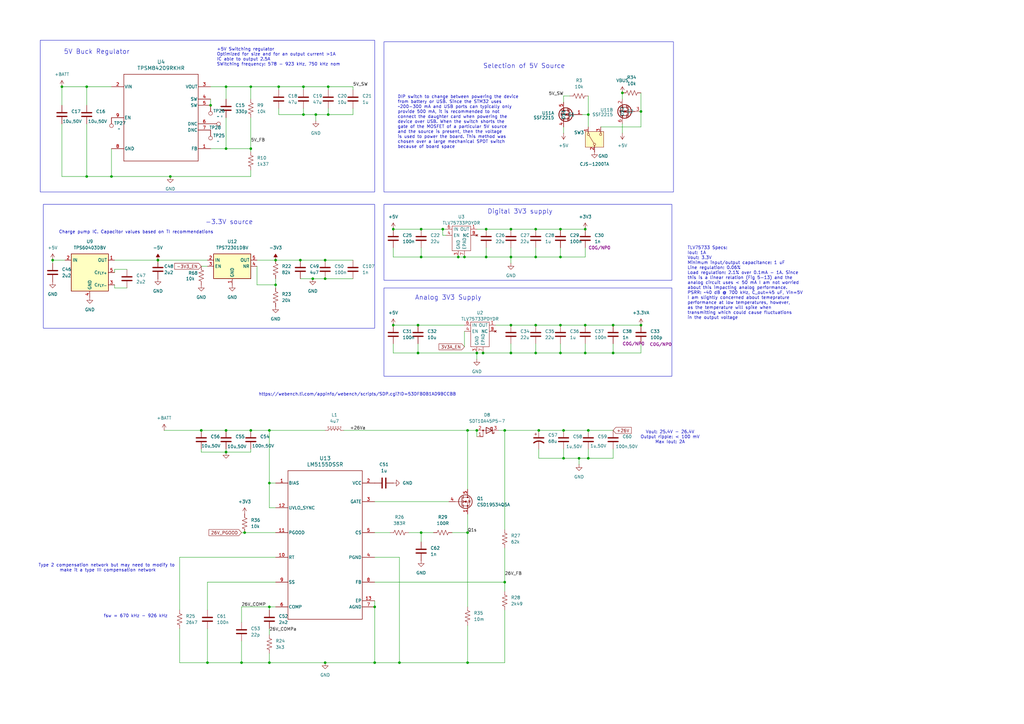
<source format=kicad_sch>
(kicad_sch (version 20231120) (generator "eeschema") (generator_version "8.0")
  (paper "A3")
  (title_block (title "DC-DC conversion") (date "2025-01-17") (rev "1.3") (company "EV"))
  (junction (at 199.39 93.98))
  (junction (at 219.71 93.98))
  (junction (at 172.72 93.98))
  (junction (at 133.35 114.3))
  (junction (at 219.71 144.78))
  (junction (at 255.27 38.1))
  (junction (at 134.62 46.99))
  (junction (at 199.39 105.41))
  (junction (at 35.56 35.56))
  (junction (at 92.71 185.42))
  (junction (at 191.77 218.44))
  (junction (at 209.55 93.98))
  (junction (at 35.56 72.39))
  (junction (at 187.96 105.41))
  (junction (at 209.55 105.41))
  (junction (at 99.06 271.78))
  (junction (at 229.87 144.78))
  (junction (at 124.46 46.99))
  (junction (at 25.4 35.56))
  (junction (at 113.03 106.68))
  (junction (at 110.49 198.12))
  (junction (at 110.49 248.92))
  (junction (at 133.35 271.78))
  (junction (at 45.72 72.39))
  (junction (at 220.98 176.53))
  (junction (at 102.87 35.56))
  (junction (at 262.89 133.35))
  (junction (at 153.67 271.78))
  (junction (at 195.58 176.53))
  (junction (at 207.01 238.76))
  (junction (at 229.87 93.98))
  (junction (at 190.5 105.41))
  (junction (at 114.3 35.56))
  (junction (at 113.03 116.84))
  (junction (at 172.72 218.44))
  (junction (at 191.77 176.53))
  (junction (at 153.67 248.92))
  (junction (at 241.3 176.53))
  (junction (at 231.14 187.96))
  (junction (at 85.09 271.78))
  (junction (at 110.49 271.78))
  (junction (at 161.29 93.98))
  (junction (at 161.29 133.35))
  (junction (at 191.77 271.78))
  (junction (at 100.33 218.44))
  (junction (at 163.83 271.78))
  (junction (at 102.87 176.53))
  (junction (at 219.71 105.41))
  (junction (at 64.77 106.68))
  (junction (at 229.87 105.41))
  (junction (at 240.03 93.98))
  (junction (at 69.85 72.39))
  (junction (at 82.55 176.53))
  (junction (at 92.71 60.96))
  (junction (at 102.87 60.96))
  (junction (at 123.19 106.68))
  (junction (at 134.62 35.56))
  (junction (at 237.49 187.96))
  (junction (at 241.3 46.99))
  (junction (at 195.58 144.78))
  (junction (at 198.12 144.78))
  (junction (at 171.45 133.35))
  (junction (at 128.27 114.3))
  (junction (at 124.46 35.56))
  (junction (at 262.89 45.72))
  (junction (at 181.61 93.98))
  (junction (at 133.35 106.68))
  (junction (at 129.54 46.99))
  (junction (at 251.46 133.35))
  (junction (at 171.45 144.78))
  (junction (at 92.71 176.53))
  (junction (at 110.49 176.53))
  (junction (at 209.55 133.35))
  (junction (at 240.03 144.78))
  (junction (at 92.71 35.56))
  (junction (at 21.59 106.68))
  (junction (at 219.71 133.35))
  (junction (at 229.87 133.35))
  (junction (at 240.03 133.35))
  (junction (at 172.72 105.41))
  (junction (at 231.14 176.53))
  (junction (at 207.01 176.53))
  (junction (at 86.36 43.18))
  (junction (at 241.3 187.96))
  (junction (at 209.55 144.78))
  (junction (at 251.46 144.78))
  (wire (pts (xy 195.58 93.98) (xy 199.39 93.98)))
  (wire (pts (xy 133.35 106.68) (xy 144.78 106.68)))
  (wire (pts (xy 124.46 44.45) (xy 124.46 46.99)))
  (wire (pts (xy 140.97 176.53) (xy 191.77 176.53)))
  (wire (pts (xy 52.07 110.49) (xy 46.99 110.49)))
  (wire (pts (xy 191.77 271.78) (xy 163.83 271.78)))
  (wire (pts (xy 191.77 256.54) (xy 191.77 271.78)))
  (wire (pts (xy 153.67 228.6) (xy 163.83 228.6)))
  (wire (pts (xy 82.55 176.53) (xy 92.71 176.53)))
  (wire (pts (xy 191.77 248.92) (xy 191.77 218.44)))
  (wire (pts (xy 241.3 176.53) (xy 251.46 176.53)))
  (wire (pts (xy 99.06 218.44) (xy 100.33 218.44)))
  (wire (pts (xy 219.71 105.41) (xy 209.55 105.41)))
  (wire (pts (xy 110.49 271.78) (xy 133.35 271.78)))
  (wire (pts (xy 231.14 39.37) (xy 233.68 39.37)))
  (wire (pts (xy 240.03 144.78) (xy 251.46 144.78)))
  (wire (pts (xy 181.61 96.52) (xy 181.61 93.98)))
  (wire (pts (xy 209.55 140.97) (xy 209.55 144.78)))
  (wire (pts (xy 128.27 114.3) (xy 133.35 114.3)))
  (wire (pts (xy 191.77 176.53) (xy 195.58 176.53)))
  (wire (pts (xy 207.01 224.79) (xy 207.01 238.76)))
  (wire (pts (xy 100.33 218.44) (xy 113.03 218.44)))
  (wire (pts (xy 45.72 60.96) (xy 45.72 72.39)))
  (wire (pts (xy 105.41 109.22) (xy 105.41 116.84)))
  (wire (pts (xy 64.77 106.68) (xy 85.09 106.68)))
  (wire (pts (xy 241.3 187.96) (xy 241.3 184.15)))
  (wire (pts (xy 241.3 46.99) (xy 241.3 52.07)))
  (wire (pts (xy 229.87 133.35) (xy 240.03 133.35)))
  (wire (pts (xy 46.99 116.84) (xy 46.99 118.11)))
  (wire (pts (xy 219.71 133.35) (xy 229.87 133.35)))
  (wire (pts (xy 102.87 48.26) (xy 102.87 60.96)))
  (wire (pts (xy 199.39 101.6) (xy 199.39 105.41)))
  (wire (pts (xy 25.4 43.18) (xy 25.4 35.56)))
  (wire (pts (xy 85.09 257.81) (xy 85.09 271.78)))
  (wire (pts (xy 191.77 210.82) (xy 191.77 218.44)))
  (wire (pts (xy 262.89 52.07) (xy 262.89 45.72)))
  (wire (pts (xy 237.49 187.96) (xy 241.3 187.96)))
  (wire (pts (xy 45.72 35.56) (xy 35.56 35.56)))
  (wire (pts (xy 219.71 93.98) (xy 229.87 93.98)))
  (wire (pts (xy 262.89 144.78) (xy 251.46 144.78)))
  (wire (pts (xy 161.29 133.35) (xy 171.45 133.35)))
  (wire (pts (xy 35.56 72.39) (xy 45.72 72.39)))
  (wire (pts (xy 219.71 144.78) (xy 229.87 144.78)))
  (wire (pts (xy 114.3 46.99) (xy 124.46 46.99)))
  (wire (pts (xy 110.49 267.97) (xy 110.49 271.78)))
  (wire (pts (xy 231.14 41.91) (xy 231.14 39.37)))
  (wire (pts (xy 209.55 133.35) (xy 219.71 133.35)))
  (wire (pts (xy 82.55 184.15) (xy 82.55 185.42)))
  (wire (pts (xy 102.87 40.64) (xy 102.87 35.56)))
  (wire (pts (xy 134.62 44.45) (xy 134.62 46.99)))
  (wire (pts (xy 172.72 101.6) (xy 172.72 105.41)))
  (wire (pts (xy 113.03 208.28) (xy 110.49 208.28)))
  (wire (pts (xy 181.61 93.98) (xy 182.88 93.98)))
  (wire (pts (xy 240.03 140.97) (xy 240.03 144.78)))
  (wire (pts (xy 105.41 106.68) (xy 113.03 106.68)))
  (wire (pts (xy 124.46 46.99) (xy 129.54 46.99)))
  (wire (pts (xy 86.36 60.96) (xy 92.71 60.96)))
  (wire (pts (xy 102.87 185.42) (xy 92.71 185.42)))
  (wire (pts (xy 35.56 50.8) (xy 35.56 72.39)))
  (wire (pts (xy 163.83 228.6) (xy 163.83 271.78)))
  (wire (pts (xy 231.14 187.96) (xy 237.49 187.96)))
  (wire (pts (xy 134.62 46.99) (xy 129.54 46.99)))
  (wire (pts (xy 251.46 187.96) (xy 251.46 184.15)))
  (wire (pts (xy 46.99 106.68) (xy 64.77 106.68)))
  (wire (pts (xy 82.55 185.42) (xy 92.71 185.42)))
  (wire (pts (xy 114.3 44.45) (xy 114.3 46.99)))
  (wire (pts (xy 220.98 187.96) (xy 231.14 187.96)))
  (wire (pts (xy 123.19 106.68) (xy 133.35 106.68)))
  (wire (pts (xy 21.59 107.95) (xy 21.59 106.68)))
  (wire (pts (xy 195.58 144.78) (xy 195.58 147.32)))
  (wire (pts (xy 25.4 35.56) (xy 35.56 35.56)))
  (wire (pts (xy 110.49 248.92) (xy 113.03 248.92)))
  (wire (pts (xy 207.01 271.78) (xy 191.77 271.78)))
  (wire (pts (xy 240.03 133.35) (xy 251.46 133.35)))
  (wire (pts (xy 209.55 144.78) (xy 219.71 144.78)))
  (wire (pts (xy 207.01 238.76) (xy 207.01 242.57)))
  (wire (pts (xy 129.54 46.99) (xy 129.54 49.53)))
  (wire (pts (xy 207.01 250.19) (xy 207.01 271.78)))
  (wire (pts (xy 82.55 109.22) (xy 85.09 109.22)))
  (wire (pts (xy 161.29 105.41) (xy 172.72 105.41)))
  (wire (pts (xy 229.87 144.78) (xy 240.03 144.78)))
  (wire (pts (xy 92.71 48.26) (xy 92.71 60.96)))
  (wire (pts (xy 251.46 140.97) (xy 251.46 144.78)))
  (wire (pts (xy 92.71 60.96) (xy 102.87 60.96)))
  (wire (pts (xy 246.38 52.07) (xy 262.89 52.07)))
  (wire (pts (xy 187.96 105.41) (xy 190.5 105.41)))
  (wire (pts (xy 163.83 271.78) (xy 153.67 271.78)))
  (wire (pts (xy 85.09 238.76) (xy 113.03 238.76)))
  (wire (pts (xy 99.06 262.89) (xy 99.06 271.78)))
  (wire (pts (xy 124.46 36.83) (xy 124.46 35.56)))
  (wire (pts (xy 25.4 50.8) (xy 25.4 72.39)))
  (wire (pts (xy 172.72 105.41) (xy 187.96 105.41)))
  (wire (pts (xy 161.29 140.97) (xy 161.29 144.78)))
  (wire (pts (xy 199.39 93.98) (xy 209.55 93.98)))
  (wire (pts (xy 25.4 72.39) (xy 35.56 72.39)))
  (wire (pts (xy 86.36 40.64) (xy 86.36 43.18)))
  (wire (pts (xy 45.72 72.39) (xy 69.85 72.39)))
  (wire (pts (xy 167.64 218.44) (xy 172.72 218.44)))
  (wire (pts (xy 144.78 36.83) (xy 144.78 35.56)))
  (wire (pts (xy 114.3 35.56) (xy 102.87 35.56)))
  (wire (pts (xy 190.5 105.41) (xy 199.39 105.41)))
  (wire (pts (xy 102.87 72.39) (xy 69.85 72.39)))
  (wire (pts (xy 172.72 218.44) (xy 172.72 222.25)))
  (wire (pts (xy 102.87 35.56) (xy 92.71 35.56)))
  (wire (pts (xy 161.29 101.6) (xy 161.29 105.41)))
  (wire (pts (xy 171.45 144.78) (xy 195.58 144.78)))
  (wire (pts (xy 229.87 101.6) (xy 229.87 105.41)))
  (wire (pts (xy 153.67 271.78) (xy 153.67 248.92)))
  (wire (pts (xy 21.59 106.68) (xy 26.67 106.68)))
  (wire (pts (xy 35.56 35.56) (xy 35.56 43.18)))
  (wire (pts (xy 190.5 142.24) (xy 190.5 135.89)))
  (wire (pts (xy 110.49 176.53) (xy 133.35 176.53)))
  (wire (pts (xy 237.49 187.96) (xy 237.49 190.5)))
  (wire (pts (xy 73.66 257.81) (xy 73.66 271.78)))
  (wire (pts (xy 195.58 176.53) (xy 195.58 179.07)))
  (wire (pts (xy 102.87 60.96) (xy 102.87 62.23)))
  (wire (pts (xy 220.98 187.96) (xy 220.98 184.15)))
  (wire (pts (xy 161.29 93.98) (xy 172.72 93.98)))
  (wire (pts (xy 113.03 116.84) (xy 113.03 118.11)))
  (wire (pts (xy 181.61 96.52) (xy 182.88 96.52)))
  (wire (pts (xy 144.78 44.45) (xy 144.78 46.99)))
  (wire (pts (xy 231.14 54.61) (xy 231.14 52.07)))
  (wire (pts (xy 229.87 93.98) (xy 240.03 93.98)))
  (wire (pts (xy 209.55 93.98) (xy 219.71 93.98)))
  (wire (pts (xy 262.89 38.1) (xy 262.89 45.72)))
  (wire (pts (xy 92.71 176.53) (xy 102.87 176.53)))
  (wire (pts (xy 73.66 250.19) (xy 73.66 228.6)))
  (wire (pts (xy 99.06 248.92) (xy 110.49 248.92)))
  (wire (pts (xy 110.49 208.28) (xy 110.49 198.12)))
  (wire (pts (xy 102.87 69.85) (xy 102.87 72.39)))
  (wire (pts (xy 92.71 40.64) (xy 92.71 35.56)))
  (wire (pts (xy 207.01 176.53) (xy 207.01 217.17)))
  (wire (pts (xy 251.46 133.35) (xy 262.89 133.35)))
  (wire (pts (xy 99.06 271.78) (xy 110.49 271.78)))
  (wire (pts (xy 105.41 116.84) (xy 113.03 116.84)))
  (wire (pts (xy 144.78 35.56) (xy 134.62 35.56)))
  (wire (pts (xy 46.99 118.11) (xy 52.07 118.11)))
  (wire (pts (xy 161.29 144.78) (xy 171.45 144.78)))
  (wire (pts (xy 240.03 101.6) (xy 240.03 105.41)))
  (wire (pts (xy 85.09 271.78) (xy 99.06 271.78)))
  (wire (pts (xy 185.42 218.44) (xy 191.77 218.44)))
  (wire (pts (xy 134.62 35.56) (xy 124.46 35.56)))
  (wire (pts (xy 262.89 140.97) (xy 262.89 144.78)))
  (wire (pts (xy 153.67 205.74) (xy 184.15 205.74)))
  (wire (pts (xy 114.3 36.83) (xy 114.3 35.56)))
  (wire (pts (xy 124.46 35.56) (xy 114.3 35.56)))
  (wire (pts (xy 207.01 176.53) (xy 220.98 176.53)))
  (wire (pts (xy 110.49 176.53) (xy 110.49 198.12)))
  (wire (pts (xy 241.3 187.96) (xy 251.46 187.96)))
  (wire (pts (xy 133.35 114.3) (xy 144.78 114.3)))
  (wire (pts (xy 219.71 101.6) (xy 219.71 105.41)))
  (wire (pts (xy 172.72 93.98) (xy 181.61 93.98)))
  (wire (pts (xy 191.77 176.53) (xy 191.77 200.66)))
  (wire (pts (xy 128.27 114.3) (xy 123.19 114.3)))
  (wire (pts (xy 204.47 176.53) (xy 207.01 176.53)))
  (wire (pts (xy 238.76 46.99) (xy 241.3 46.99)))
  (wire (pts (xy 198.12 144.78) (xy 209.55 144.78)))
  (wire (pts (xy 99.06 255.27) (xy 99.06 248.92)))
  (wire (pts (xy 113.03 106.68) (xy 123.19 106.68)))
  (wire (pts (xy 255.27 38.1) (xy 255.27 40.64)))
  (wire (pts (xy 153.67 238.76) (xy 207.01 238.76)))
  (wire (pts (xy 171.45 133.35) (xy 190.5 133.35)))
  (wire (pts (xy 153.67 248.92) (xy 153.67 246.38)))
  (wire (pts (xy 153.67 218.44) (xy 160.02 218.44)))
  (wire (pts (xy 171.45 140.97) (xy 171.45 144.78)))
  (wire (pts (xy 67.31 176.53) (xy 82.55 176.53)))
  (wire (pts (xy 85.09 250.19) (xy 85.09 238.76)))
  (wire (pts (xy 144.78 46.99) (xy 134.62 46.99)))
  (wire (pts (xy 229.87 105.41) (xy 219.71 105.41)))
  (wire (pts (xy 203.2 133.35) (xy 209.55 133.35)))
  (wire (pts (xy 231.14 187.96) (xy 231.14 184.15)))
  (wire (pts (xy 92.71 35.56) (xy 86.36 35.56)))
  (wire (pts (xy 102.87 176.53) (xy 110.49 176.53)))
  (wire (pts (xy 209.55 101.6) (xy 209.55 105.41)))
  (wire (pts (xy 133.35 271.78) (xy 153.67 271.78)))
  (wire (pts (xy 110.49 250.19) (xy 110.49 248.92)))
  (wire (pts (xy 73.66 228.6) (xy 113.03 228.6)))
  (wire (pts (xy 102.87 184.15) (xy 102.87 185.42)))
  (wire (pts (xy 195.58 144.78) (xy 198.12 144.78)))
  (wire (pts (xy 199.39 105.41) (xy 209.55 105.41)))
  (wire (pts (xy 92.71 184.15) (xy 92.71 185.42)))
  (wire (pts (xy 134.62 36.83) (xy 134.62 35.56)))
  (wire (pts (xy 241.3 39.37) (xy 241.3 46.99)))
  (wire (pts (xy 113.03 114.3) (xy 113.03 116.84)))
  (wire (pts (xy 255.27 54.61) (xy 255.27 50.8)))
  (wire (pts (xy 110.49 257.81) (xy 110.49 260.35)))
  (wire (pts (xy 209.55 105.41) (xy 209.55 107.95)))
  (wire (pts (xy 219.71 140.97) (xy 219.71 144.78)))
  (wire (pts (xy 231.14 176.53) (xy 241.3 176.53)))
  (wire (pts (xy 46.99 110.49) (xy 46.99 111.76)))
  (wire (pts (xy 172.72 218.44) (xy 177.8 218.44)))
  (wire (pts (xy 229.87 140.97) (xy 229.87 144.78)))
  (wire (pts (xy 110.49 198.12) (xy 113.03 198.12)))
  (wire (pts (xy 73.66 271.78) (xy 85.09 271.78)))
  (wire (pts (xy 220.98 176.53) (xy 231.14 176.53)))
  (wire (pts (xy 240.03 105.41) (xy 229.87 105.41)))
  (rectangle (start 157.48 17.145) (end 276.225 78.74))
  (rectangle (start 157.48 83.82) (end 275.59 114.935))
  (rectangle (start 17.78 83.82) (end 153.67 134.62))
  (rectangle (start 157.48 118.11) (end 275.59 154.305))
  (rectangle (start 16.51 16.51) (end 153.67 78.74))
  (text "Digital 3V3 supply" (at 199.898 86.868 0) (effects (font (size 1.905 1.905)) (justify left)))
  (text "5V Buck Regulator" (at 26.162 21.336 0) (effects (font (size 1.905 1.905)) (justify left)))
  (text "-3.3V source" (at 93.98 91.186 0) (effects (font (size 1.905 1.905))))
  (text "TLV75733 Specs:\nIout: 1A\nVout: 3.3V\nMinimum input/output capacitance: 1 uF\nLine regulation: 0.06%\nLoad regulation: 2.1% over 0.1mA - 1A. Since\nthis is a linear relation (Fig 5-13) and the\nanalog circuit uses < 50 mA I am not worried\nabout this impacting analog performance.\nPSRR: ~40 dB @ 700 kHz, C_out=45 uF, Vin=5V\nI am slightly concerned about temeprature\nperformance at low temperatures, however,\nas the temperature will spike when\ntransmitting which could cause fluctuations\nin the output voltage" (at 281.94 116.078 0) (effects (font (size 1.27 1.27)) (justify left)))
  (text "https://webench.ti.com/appinfo/webench/scripts/SDP.cgi?ID=53DFB0B1AD9BCCBB\n" (at 146.558 161.798 0) (effects (font (size 1.27 1.27))))
  (text "Analog 3V3 Supply" (at 170.18 122.174 0) (effects (font (size 1.905 1.905)) (justify left)))
  (text "Type 2 compensation network but may need to modify to \nmake it a type III compensation network" (at 44.196 232.918 0) (effects (font (size 1.27 1.27))))
  (text "fsw = 670 kHz - 926 kHz" (at 55.626 252.73 0) (effects (font (size 1.27 1.27))))
  (text "Charge pump IC. Capacitor values based on TI recommendations" (at 24.13 95.25 0) (effects (font (size 1.27 1.27)) (justify left)))
  (text "DIP switch to change between powering the device\nfrom battery or USB. Since the STM32 uses \n~200-300 mA and USB ports can typically only \nprovide 500 mA, it is recommended to not \nconnect the daughter card when powering the \ndevice over USB. When the switch shorts the\ngate of the MOSFET of a particular 5V source\nand the source is present, then the voltage\nis used to power the board. This method was\nchosen over a large mechanical SPDT switch\nbecause of board space" (at 163.068 50.038 0) (effects (font (size 1.27 1.27)) (justify left)))
  (text "Selection of 5V Source" (at 198.12 27.178 0) (effects (font (size 1.905 1.905)) (justify left)))
  (text "Vout: 25.4V - 26.4V\nOutput ripple: < 100 mV\nMax Iout: 2A\n" (at 274.828 179.324 0) (effects (font (size 1.27 1.27))))
  (text "+5V Switching regulator\nOptimized for size and for an output current >1A\nIC able to output 2.5A\nSWitching frequency: 578 - 923 kHz, 750 kHz nom" (at 88.9 23.368 0) (effects (font (size 1.27 1.27)) (justify left)))
  (label "26V_FB" (at 207.01 236.22 0))
  (label "26V_COMP" (at 99.06 248.92 0))
  (label "5V_SW" (at 144.78 35.56 0))
  (label "26V_COMPa" (at 110.49 259.08 0))
  (label "5V_SW" (at 231.14 39.37 180))
  (label "+26Va" (at 143.51 176.53 0))
  (label "Q1s" (at 191.77 218.44 0))
  (label "5V_FB" (at 102.87 58.42 0))
  (global_label "3V3A_EN" (shape input) (at 190.5 142.24 180) (property "Intersheetrefs" "${INTERSHEET_REFS}" (effects (hide yes))))
  (global_label "+26V" (shape input) (at 251.46 176.53 0) (property "Intersheetrefs" "${INTERSHEET_REFS}" (effects (hide yes))))
  (global_label "-3V3_EN" (shape input) (at 82.55 109.22 180) (property "Intersheetrefs" "${INTERSHEET_REFS}" (effects (hide yes))))
  (global_label "26V_PGOOD" (shape input) (at 99.06 218.44 180) (property "Intersheetrefs" "${INTERSHEET_REFS}" (effects (hide yes))))
  (symbol (lib_id "UAM_symbols:R_US") (at 237.49 39.37 90) (unit 1)
    (property "Reference" "R3" (at 237.49 33.02 90))
    (property "Value" "10k" (at 237.49 35.56 90))
    (property "Footprint" "Resistor_SMD:R_0603_1608Metric_Pad0.98x0.95mm_HandSolder" (effects (hide yes)))
    (property "Description" "Resistor, US symbol" (effects (hide yes)))
  )
  (symbol (lib_id "UAM_symbols:R_US") (at 113.03 110.49 0) (unit 1)
    (property "Reference" "R22" (at 115.57 109.2199 0) (effects (justify left)))
    (property "Value" "82k" (at 115.57 111.7599 0) (effects (justify left)))
    (property "Footprint" "Resistor_SMD:R_0603_1608Metric_Pad0.98x0.95mm_HandSolder" (effects (hide yes)))
    (property "Description" "Resistor, US symbol" (effects (hide yes)))
  )
  (symbol (lib_id "power:+5V") (at 231.14 54.61 180) (unit 1)
    (property "Reference" "#PWR087" (effects (hide yes)))
    (property "Value" "+5V" (at 231.14 59.69 0))
    (property "Description" "Power symbol creates a global label with name \"+5V\"" (effects (hide yes)))
  )
  (symbol (lib_id "UAM_symbols:C") (at 114.3 40.64 0) (unit 1)
    (property "Reference" "C18" (at 118.11 39.3699 0) (effects (justify left)))
    (property "Value" "47u" (at 118.11 41.9099 0) (effects (justify left)))
    (property "Footprint" "Capacitor_SMD:C_1210_3225Metric_Pad1.33x2.70mm_HandSolder" (effects (hide yes)))
    (property "Description" "Unpolarized capacitor" (effects (hide yes)))
  )
  (symbol (lib_id "UAM_symbols:TestPoint") (at 45.72 48.26 180) (unit 1)
    (property "Reference" "TP27" (at 46.736 50.546 0) (effects (justify right)))
    (property "Value" "~" (at 48.26 52.832 0) (effects (justify right)))
    (property "Footprint" "TestPoint:TestPoint_Pad_D1.0mm" (effects (hide yes)))
    (property "Description" "test point" (effects (hide yes)))
  )
  (symbol (lib_id "UAM_symbols:R_US") (at 73.66 254 0) (unit 1)
    (property "Reference" "R25" (at 76.2 252.7299 0) (effects (justify left)))
    (property "Value" "26k7" (at 76.2 255.2699 0) (effects (justify left)))
    (property "Footprint" "Resistor_SMD:R_0603_1608Metric_Pad0.98x0.95mm_HandSolder" (effects (hide yes)))
    (property "Description" "Resistor, US symbol" (effects (hide yes)))
  )
  (symbol (lib_id "UAM_symbols:C") (at 209.55 137.16 0) (unit 1)
    (property "Reference" "C34" (at 213.36 135.8899 0) (effects (justify left)))
    (property "Value" "22u" (at 213.36 138.4299 0) (effects (justify left)))
    (property "Footprint" "Capacitor_SMD:C_0805_2012Metric_Pad1.18x1.45mm_HandSolder" (effects (hide yes)))
    (property "Description" "Unpolarized capacitor" (effects (hide yes)))
  )
  (symbol (lib_id "UAM_symbols:R_US") (at 110.49 264.16 0) (unit 1)
    (property "Reference" "R24" (at 113.03 262.8899 0) (effects (justify left)))
    (property "Value" "3k3" (at 113.03 265.4299 0) (effects (justify left)))
    (property "Footprint" "Resistor_SMD:R_0603_1608Metric_Pad0.98x0.95mm_HandSolder" (effects (hide yes)))
    (property "Description" "Resistor, US symbol" (effects (hide yes)))
  )
  (symbol (lib_id "UAM_symbols:R_US") (at 100.33 214.63 0) (unit 1)
    (property "Reference" "R36" (at 102.87 213.3599 0) (effects (justify left)))
    (property "Value" "10k" (at 102.87 215.8999 0) (effects (justify left)))
    (property "Footprint" "Resistor_SMD:R_0603_1608Metric_Pad0.98x0.95mm_HandSolder" (effects (hide yes)))
    (property "Description" "Resistor, US symbol" (effects (hide yes)))
  )
  (symbol (lib_id "UAM_symbols:C") (at 262.89 137.16 0) (unit 1)
    (property "Reference" "C33" (at 266.7 135.8899 0) (effects (justify left)))
    (property "Value" "100p" (at 266.7 138.4299 0) (effects (justify left)))
    (property "Footprint" "Capacitor_SMD:C_0603_1608Metric_Pad1.08x0.95mm_HandSolder" (effects (hide yes)))
    (property "Description" "Unpolarized capacitor" (effects (hide yes)))
    (property "Dielectric" "C0G/NP0" (at 271.018 141.224 0))
  )
  (symbol (lib_id "UAM_symbols:TPS72325DBV") (at 95.25 109.22 0) (unit 1)
    (property "Reference" "U12" (at 95.25 99.06 0))
    (property "Value" "TPS72301DBV" (at 95.25 101.6 0))
    (property "Footprint" "Package_TO_SOT_SMD:SOT-23-5" (effects (hide yes)))
    (property "Datasheet" "https://www.ti.com/lit/ds/symlink/tps723.pdf" (effects (hide yes)))
    (property "Description" "200-mA, Low-Noise, High-PSRR, Negative Output Low-Dropout Linear Regulator, Fixed Output -2.5 V, SOT-23-5" (effects (hide yes)))
  )
  (symbol (lib_id "UAM_symbols:D_Schottky_AAK") (at 200.66 176.53 180) (unit 1)
    (property "Reference" "D8" (at 199.771 170.18 0))
    (property "Value" "SDT10A45P5-7" (at 199.771 172.72 0))
    (property "Footprint" "Diodes:PowerDI-5" (effects (hide yes)))
    (property "Description" "Schottky diode, anode on pins 1 and 2" (effects (hide yes)))
  )
  (symbol (lib_id "UAM_symbols:C") (at 144.78 40.64 0) (unit 1)
    (property "Reference" "C21" (at 148.59 39.3699 0) (effects (justify left)))
    (property "Value" "1u" (at 148.59 41.9099 0) (effects (justify left)))
    (property "Footprint" "Capacitor_SMD:C_0603_1608Metric_Pad1.08x0.95mm_HandSolder" (effects (hide yes)))
    (property "Description" "Unpolarized capacitor" (effects (hide yes)))
  )
  (symbol (lib_id "UAM_symbols:C") (at 251.46 180.34 0) (unit 1)
    (property "Reference" "C60" (at 255.27 179.0699 0) (effects (justify left)))
    (property "Value" "100n,50V" (at 252.476 183.134 0) (effects (justify left)))
    (property "Footprint" "Capacitor_SMD:C_0603_1608Metric_Pad1.08x0.95mm_HandSolder" (effects (hide yes)))
    (property "Description" "Unpolarized capacitor" (effects (hide yes)))
  )
  (symbol (lib_id "UAM_symbols:C") (at 240.03 137.16 0) (unit 1)
    (property "Reference" "C37" (at 243.84 135.8899 0) (effects (justify left)))
    (property "Value" "100n" (at 243.84 138.4299 0) (effects (justify left)))
    (property "Footprint" "Capacitor_SMD:C_0603_1608Metric_Pad1.08x0.95mm_HandSolder" (effects (hide yes)))
    (property "Description" "Unpolarized capacitor" (effects (hide yes)))
  )
  (symbol (lib_id "UAM_symbols:C") (at 92.71 180.34 0) (unit 1)
    (property "Reference" "C55" (at 96.52 179.0699 0) (effects (justify left)))
    (property "Value" "10u,50V" (at 93.218 183.134 0) (effects (justify left)))
    (property "Footprint" "Capacitor_SMD:C_1210_3225Metric_Pad1.33x2.70mm_HandSolder" (effects (hide yes)))
    (property "Description" "Unpolarized capacitor" (effects (hide yes)))
  )
  (symbol (lib_id "UAM_symbols:C") (at 172.72 97.79 0) (unit 1)
    (property "Reference" "C22" (at 176.53 96.5199 0) (effects (justify left)))
    (property "Value" "22u" (at 176.53 99.0599 0) (effects (justify left)))
    (property "Footprint" "Capacitor_SMD:C_0805_2012Metric_Pad1.18x1.45mm_HandSolder" (effects (hide yes)))
    (property "Description" "Unpolarized capacitor" (effects (hide yes)))
  )
  (symbol (lib_id "UAM_symbols:R_US") (at 82.55 113.03 0) (unit 1)
    (property "Reference" "R68" (at 77.216 112.014 0) (effects (justify left)))
    (property "Value" "10k" (at 76.2 114.3 0) (effects (justify left)))
    (property "Footprint" "Resistor_SMD:R_0603_1608Metric_Pad0.98x0.95mm_HandSolder" (effects (hide yes)))
    (property "Description" "Resistor, US symbol" (effects (hide yes)))
  )
  (symbol (lib_id "UAM_symbols:C") (at 157.48 198.12 90) (unit 1)
    (property "Reference" "C51" (at 157.48 190.5 90))
    (property "Value" "1u" (at 157.48 193.04 90))
    (property "Footprint" "Capacitor_SMD:C_0603_1608Metric_Pad1.08x0.95mm_HandSolder" (effects (hide yes)))
    (property "Description" "Unpolarized capacitor" (effects (hide yes)))
  )
  (symbol (lib_id "power:GND") (at 64.77 114.3 0) (unit 1)
    (property "Reference" "#PWR089" (effects (hide yes)))
    (property "Value" "GND" (at 64.77 119.38 0))
    (property "Description" "Power symbol creates a global label with name \"GND\" , ground" (effects (hide yes)))
  )
  (symbol (lib_id "power:+3.3VA") (at 262.89 133.35 0) (unit 1)
    (property "Reference" "#PWR043" (effects (hide yes)))
    (property "Value" "+3.3VA" (at 262.89 128.27 0))
    (property "Description" "Power symbol creates a global label with name \"+3.3VA\"" (effects (hide yes)))
  )
  (symbol (lib_id "power:+3V3") (at 100.33 210.82 0) (unit 1)
    (property "Reference" "#PWR0100" (effects (hide yes)))
    (property "Value" "+3V3" (at 100.33 205.74 0))
    (property "Description" "Power symbol creates a global label with name \"+3V3\"" (effects (hide yes)))
  )
  (symbol (lib_id "power:GND") (at 237.49 190.5 0) (unit 1)
    (property "Reference" "#PWR0101" (effects (hide yes)))
    (property "Value" "GND" (at 237.49 195.58 0))
    (property "Description" "Power symbol creates a global label with name \"GND\" , ground" (effects (hide yes)))
  )
  (symbol (lib_id "UAM_symbols:C") (at 219.71 97.79 0) (unit 1)
    (property "Reference" "C28" (at 223.52 96.5199 0) (effects (justify left)))
    (property "Value" "1u" (at 223.52 99.0599 0) (effects (justify left)))
    (property "Footprint" "Capacitor_SMD:C_0603_1608Metric_Pad1.08x0.95mm_HandSolder" (effects (hide yes)))
    (property "Description" "Unpolarized capacitor" (effects (hide yes)))
  )
  (symbol (lib_id "power:+BATT") (at 25.4 35.56 0) (unit 1)
    (property "Reference" "#PWR051" (effects (hide yes)))
    (property "Value" "+BATT" (at 25.4 30.48 0))
    (property "Description" "Power symbol creates a global label with name \"+BATT\"" (effects (hide yes)))
  )
  (symbol (lib_id "UAM_symbols:C") (at 251.46 137.16 0) (unit 1)
    (property "Reference" "C38" (at 255.27 135.8899 0) (effects (justify left)))
    (property "Value" "1n" (at 255.27 138.4299 0) (effects (justify left)))
    (property "Footprint" "Capacitor_SMD:C_0603_1608Metric_Pad1.08x0.95mm_HandSolder" (effects (hide yes)))
    (property "Description" "Unpolarized capacitor" (effects (hide yes)))
    (property "Dielectric" "C0G/NP0" (at 259.842 140.97 0))
  )
  (symbol (lib_id "power:GND") (at 209.55 107.95 0) (unit 1)
    (property "Reference" "#PWR038" (effects (hide yes)))
    (property "Value" "GND" (at 209.55 113.03 0))
    (property "Description" "Power symbol creates a global label with name \"GND\" , ground" (effects (hide yes)))
  )
  (symbol (lib_id "UAM_symbols:TLV75733PDYDR") (at 196.85 137.16 0) (unit 1)
    (property "Reference" "U2" (at 196.85 128.27 0))
    (property "Value" "TLV75733PDYDR" (at 196.85 130.81 0))
    (property "Footprint" "Package_SON:WSON-6-1EP_2x2mm_P0.65mm_EP1x1.6mm" (effects (hide yes)))
    (property "Datasheet" "https://www.ti.com/lit/ds/symlink/tlv757p.pdf" (effects (hide yes)))
    (property "Description" "3.3V linear regulator" (effects (hide yes)))
  )
  (symbol (lib_id "UAM_symbols:C") (at 171.45 137.16 0) (unit 1)
    (property "Reference" "C32" (at 175.26 135.8899 0) (effects (justify left)))
    (property "Value" "10u" (at 175.26 138.4299 0) (effects (justify left)))
    (property "Footprint" "Capacitor_SMD:C_0603_1608Metric_Pad1.08x0.95mm_HandSolder" (effects (hide yes)))
    (property "Description" "Unpolarized capacitor" (effects (hide yes)))
  )
  (symbol (lib_id "UAM_symbols:SW_SPDT") (at 243.84 57.15 90) (unit 1)
    (property "Reference" "SW3" (at 235.458 54.356 90) (effects (justify right)))
    (property "Value" "CJS-1200TA" (at 237.744 67.31 90) (effects (justify right)))
    (property "Footprint" "Switches:CJS-1200TA" (effects (hide yes)))
    (property "Description" "Switch, single pole double throw" (effects (hide yes)))
  )
  (symbol (lib_id "UAM_symbols:R_US") (at 113.03 121.92 0) (unit 1)
    (property "Reference" "R23" (at 115.57 120.6499 0) (effects (justify left)))
    (property "Value" "20k" (at 115.57 123.1899 0) (effects (justify left)))
    (property "Footprint" "Resistor_SMD:R_0603_1608Metric_Pad0.98x0.95mm_HandSolder" (effects (hide yes)))
    (property "Description" "Resistor, US symbol" (effects (hide yes)))
  )
  (symbol (lib_id "UAM_symbols:C") (at 240.03 97.79 0) (unit 1)
    (property "Reference" "C30" (at 243.84 96.5199 0) (effects (justify left)))
    (property "Value" "1n" (at 243.84 99.0599 0) (effects (justify left)))
    (property "Footprint" "Capacitor_SMD:C_0603_1608Metric_Pad1.08x0.95mm_HandSolder" (effects (hide yes)))
    (property "Description" "Unpolarized capacitor" (effects (hide yes)))
    (property "Dielectric" "C0G/NP0" (at 245.872 101.6 0))
  )
  (symbol (lib_id "UAM_symbols:C") (at 199.39 97.79 0) (unit 1)
    (property "Reference" "C26" (at 203.2 96.5199 0) (effects (justify left)))
    (property "Value" "22u" (at 203.2 99.0599 0) (effects (justify left)))
    (property "Footprint" "Capacitor_SMD:C_0805_2012Metric_Pad1.18x1.45mm_HandSolder" (effects (hide yes)))
    (property "Description" "Unpolarized capacitor" (effects (hide yes)))
  )
  (symbol (lib_id "UAM_symbols:C") (at 241.3 180.34 0) (unit 1)
    (property "Reference" "C59" (at 245.11 179.0699 0) (effects (justify left)))
    (property "Value" "1u,50V" (at 242.062 182.88 0) (effects (justify left)))
    (property "Footprint" "Capacitor_SMD:C_0603_1608Metric_Pad1.08x0.95mm_HandSolder" (effects (hide yes)))
    (property "Description" "Unpolarized capacitor" (effects (hide yes)))
  )
  (symbol (lib_id "power:+5V") (at 255.27 54.61 180) (unit 1)
    (property "Reference" "#PWR086" (effects (hide yes)))
    (property "Value" "+5V" (at 255.27 59.69 0))
    (property "Description" "Power symbol creates a global label with name \"+5V\"" (effects (hide yes)))
  )
  (symbol (lib_id "power:GND") (at 133.35 271.78 0) (unit 1)
    (property "Reference" "#PWR096" (effects (hide yes)))
    (property "Value" "GND" (at 133.35 276.86 0))
    (property "Description" "Power symbol creates a global label with name \"GND\" , ground" (effects (hide yes)))
  )
  (symbol (lib_id "power:GND") (at 243.84 62.23 0) (unit 1)
    (property "Reference" "#PWR085" (effects (hide yes)))
    (property "Value" "GND" (at 247.396 64.008 0))
    (property "Description" "Power symbol creates a global label with name \"GND\" , ground" (effects (hide yes)))
  )
  (symbol (lib_id "power:GND") (at 172.72 229.87 0) (unit 1)
    (property "Reference" "#PWR0102" (effects (hide yes)))
    (property "Value" "GND" (at 172.72 234.95 0))
    (property "Description" "Power symbol creates a global label with name \"GND\" , ground" (effects (hide yes)))
  )
  (symbol (lib_id "UAM_symbols:C") (at 52.07 114.3 0) (unit 1)
    (property "Reference" "C47" (at 55.88 113.0299 0) (effects (justify left)))
    (property "Value" "2u2" (at 55.88 115.5699 0) (effects (justify left)))
    (property "Footprint" "Capacitor_SMD:C_0805_2012Metric_Pad1.18x1.45mm_HandSolder" (effects (hide yes)))
    (property "Description" "Unpolarized capacitor" (effects (hide yes)))
  )
  (symbol (lib_id "UAM_symbols:TestPoint") (at 86.36 53.34 180) (unit 1)
    (property "Reference" "TP25" (at 87.376 55.626 0) (effects (justify right)))
    (property "Value" "~" (at 88.9 57.912 0) (effects (justify right)))
    (property "Footprint" "TestPoint:TestPoint_Pad_D1.0mm" (effects (hide yes)))
    (property "Description" "test point" (effects (hide yes)))
  )
  (symbol (lib_id "UAM_symbols:C") (at 123.19 110.49 0) (unit 1)
    (property "Reference" "C49" (at 127 109.2199 0) (effects (justify left)))
    (property "Value" "4u7" (at 127 111.7599 0) (effects (justify left)))
    (property "Footprint" "Capacitor_SMD:C_0603_1608Metric_Pad1.08x0.95mm_HandSolder" (effects (hide yes)))
    (property "Description" "Unpolarized capacitor" (effects (hide yes)))
  )
  (symbol (lib_id "power:GND") (at 128.27 114.3 0) (unit 1)
    (property "Reference" "#PWR095" (effects (hide yes)))
    (property "Value" "GND" (at 128.27 119.38 0))
    (property "Description" "Power symbol creates a global label with name \"GND\" , ground" (effects (hide yes)))
  )
  (symbol (lib_id "UAM_symbols:R_US") (at 181.61 218.44 90) (unit 1)
    (property "Reference" "R29" (at 181.61 212.09 90))
    (property "Value" "100R" (at 181.61 214.63 90))
    (property "Footprint" "Resistor_SMD:R_0603_1608Metric_Pad0.98x0.95mm_HandSolder" (effects (hide yes)))
    (property "Description" "Resistor, US symbol" (effects (hide yes)))
  )
  (symbol (lib_id "UAM_symbols:R_US") (at 163.83 218.44 90) (unit 1)
    (property "Reference" "R26" (at 163.83 212.09 90))
    (property "Value" "383R" (at 163.83 214.63 90))
    (property "Footprint" "Resistor_SMD:R_0603_1608Metric_Pad0.98x0.95mm_HandSolder" (effects (hide yes)))
    (property "Description" "Resistor, US symbol" (effects (hide yes)))
  )
  (symbol (lib_id "power:GND") (at 21.59 115.57 0) (unit 1)
    (property "Reference" "#PWR072" (effects (hide yes)))
    (property "Value" "GND" (at 21.59 120.65 0))
    (property "Description" "Power symbol creates a global label with name \"GND\" , ground" (effects (hide yes)))
  )
  (symbol (lib_id "UAM_symbols:C") (at 219.71 137.16 0) (unit 1)
    (property "Reference" "C35" (at 223.52 135.8899 0) (effects (justify left)))
    (property "Value" "22u" (at 223.52 138.4299 0) (effects (justify left)))
    (property "Footprint" "Capacitor_SMD:C_0805_2012Metric_Pad1.18x1.45mm_HandSolder" (effects (hide yes)))
    (property "Description" "Unpolarized capacitor" (effects (hide yes)))
  )
  (symbol (lib_id "power:GND") (at 82.55 116.84 0) (unit 1)
    (property "Reference" "#PWR0169" (effects (hide yes)))
    (property "Value" "GND" (at 82.55 121.92 0))
    (property "Description" "Power symbol creates a global label with name \"GND\" , ground" (effects (hide yes)))
  )
  (symbol (lib_id "UAM_symbols:LM5155DSSR") (at 133.35 223.52 0) (unit 1)
    (property "Reference" "U13" (at 133.35 187.96 0) (effects (font (size 1.524 1.524))))
    (property "Value" "LM5155DSSR" (at 133.35 190.5 0) (effects (font (size 1.524 1.524))))
    (property "Footprint" "DSS0012B" (effects (hide yes)))
    (property "Datasheet" "LM5155DSSR" (effects (hide yes)))
  )
  (symbol (lib_id "UAM_symbols:C") (at 82.55 180.34 0) (unit 1)
    (property "Reference" "C56" (at 86.36 179.0699 0) (effects (justify left)))
    (property "Value" "10u,50V" (at 82.55 182.88 0) (effects (justify left)))
    (property "Footprint" "Capacitor_SMD:C_1210_3225Metric_Pad1.33x2.70mm_HandSolder" (effects (hide yes)))
    (property "Description" "Unpolarized capacitor" (effects (hide yes)))
  )
  (symbol (lib_id "UAM_symbols:TPSM84209RKHR") (at 66.04 48.26 0) (unit 1)
    (property "Reference" "U4" (at 66.04 25.4 0) (effects (font (size 1.524 1.524))))
    (property "Value" "TPSM84209RKHR" (at 66.04 27.94 0) (effects (font (size 1.524 1.524))))
    (property "Footprint" "RKH0009A" (effects (hide yes)))
    (property "Datasheet" "TPSM84209RKHR" (effects (hide yes)))
  )
  (symbol (lib_id "UAM_symbols:TPS60403DBV") (at 36.83 111.76 0) (unit 1)
    (property "Reference" "U9" (at 36.83 99.06 0))
    (property "Value" "TPS60403DBV" (at 36.83 101.6 0))
    (property "Footprint" "Package_TO_SOT_SMD:SOT-23-5" (effects (hide yes)))
    (property "Datasheet" "https://www.ti.com/lit/ds/symlink/tps60401.pdf" (effects (hide yes)))
    (property "Description" "Unregulated 60-mA Charge Pump Voltage Inverter with Fixed Switching Frequency 250 kHz, SOT-23-5" (effects (hide yes)))
  )
  (symbol (lib_id "UAM_symbols:TestPoint") (at 86.36 50.8 270) (unit 1)
    (property "Reference" "TP28" (at 90.678 52.324 90) (effects (justify right)))
    (property "Value" "~" (at 90.932 48.26 0) (effects (justify right)))
    (property "Footprint" "TestPoint:TestPoint_Pad_D1.0mm" (effects (hide yes)))
    (property "Description" "test point" (effects (hide yes)))
  )
  (symbol (lib_id "UAM_symbols:TestPoint") (at 86.36 43.18 180) (unit 1)
    (property "Reference" "TP26" (at 87.376 45.466 0) (effects (justify right)))
    (property "Value" "~" (at 88.9 47.752 0) (effects (justify right)))
    (property "Footprint" "TestPoint:TestPoint_Pad_D1.0mm" (effects (hide yes)))
    (property "Description" "test point" (effects (hide yes)))
  )
  (symbol (lib_id "UAM_symbols:C") (at 64.77 110.49 0) (unit 1)
    (property "Reference" "C48" (at 67.31 109.22 0) (effects (justify left)))
    (property "Value" "2u2" (at 67.31 111.76 0) (effects (justify left)))
    (property "Footprint" "Capacitor_SMD:C_0805_2012Metric_Pad1.18x1.45mm_HandSolder" (effects (hide yes)))
    (property "Description" "Unpolarized capacitor" (effects (hide yes)))
  )
  (symbol (lib_id "UAM_symbols:L_Ferrite") (at 137.16 176.53 90) (unit 1)
    (property "Reference" "L1" (at 137.16 170.18 90))
    (property "Value" "4u7" (at 137.16 172.72 90))
    (property "Footprint" "Inductor:SRP6060FA" (effects (hide yes)))
    (property "Description" "Inductor with ferrite core" (effects (hide yes)))
  )
  (symbol (lib_id "UAM_symbols:C") (at 124.46 40.64 0) (unit 1)
    (property "Reference" "C19" (at 128.27 39.3699 0) (effects (justify left)))
    (property "Value" "47u" (at 128.27 41.9099 0) (effects (justify left)))
    (property "Footprint" "Capacitor_SMD:C_1210_3225Metric_Pad1.33x2.70mm_HandSolder" (effects (hide yes)))
    (property "Description" "Unpolarized capacitor" (effects (hide yes)))
  )
  (symbol (lib_id "UAM_symbols:C") (at 92.71 44.45 0) (unit 1)
    (property "Reference" "C15" (at 96.52 43.1799 0) (effects (justify left)))
    (property "Value" "330p" (at 96.52 45.7199 0) (effects (justify left)))
    (property "Footprint" "Capacitor_SMD:C_0603_1608Metric_Pad1.08x0.95mm_HandSolder" (effects (hide yes)))
    (property "Description" "Unpolarized capacitor" (effects (hide yes)))
  )
  (symbol (lib_id "power:GND") (at 195.58 147.32 0) (unit 1)
    (property "Reference" "#PWR042" (effects (hide yes)))
    (property "Value" "GND" (at 195.58 152.4 0))
    (property "Description" "Power symbol creates a global label with name \"GND\" , ground" (effects (hide yes)))
  )
  (symbol (lib_id "UAM_symbols:C_Polarized_US") (at 220.98 180.34 0) (unit 1)
    (property "Reference" "C57" (at 224.79 178.4349 0) (effects (justify left)))
    (property "Value" "68u" (at 224.79 180.9749 0) (effects (justify left)))
    (property "Footprint" "Capacitor_THT:CP_Radial_D6.3mm_P2.50mm" (effects (hide yes)))
    (property "Description" "Polarized capacitor, US symbol" (effects (hide yes)))
  )
  (symbol (lib_id "UAM_symbols:R_US") (at 191.77 252.73 0) (unit 1)
    (property "Reference" "R35" (at 194.31 251.4599 0) (effects (justify left)))
    (property "Value" "10m" (at 194.31 253.9999 0) (effects (justify left)))
    (property "Footprint" "Resistor_SMD:R_0805_2012Metric_Pad1.20x1.40mm_HandSolder" (effects (hide yes)))
    (property "Description" "Resistor, US symbol" (effects (hide yes)))
  )
  (symbol (lib_id "power:GND") (at 95.25 116.84 0) (unit 1)
    (property "Reference" "#PWR092" (effects (hide yes)))
    (property "Value" "GND" (at 95.25 121.92 0))
    (property "Description" "Power symbol creates a global label with name \"GND\" , ground" (effects (hide yes)))
  )
  (symbol (lib_id "UAM_symbols:C") (at 133.35 110.49 0) (unit 1)
    (property "Reference" "C50" (at 137.16 109.2199 0) (effects (justify left)))
    (property "Value" "100n" (at 137.16 111.7599 0) (effects (justify left)))
    (property "Footprint" "Capacitor_SMD:C_0603_1608Metric_Pad1.08x0.95mm_HandSolder" (effects (hide yes)))
    (property "Description" "Unpolarized capacitor" (effects (hide yes)))
  )
  (symbol (lib_id "power:+5V") (at 161.29 93.98 0) (unit 1)
    (property "Reference" "#PWR039" (effects (hide yes)))
    (property "Value" "+5V" (at 161.29 88.9 0))
    (property "Description" "Power symbol creates a global label with name \"+5V\"" (effects (hide yes)))
  )
  (symbol (lib_id "power:GND") (at 92.71 185.42 0) (unit 1)
    (property "Reference" "#PWR099" (effects (hide yes)))
    (property "Value" "GND" (effects (hide yes)))
    (property "Description" "Power symbol creates a global label with name \"GND\" , ground" (effects (hide yes)))
  )
  (symbol (lib_id "UAM_symbols:R_US") (at 207.01 246.38 0) (unit 1)
    (property "Reference" "R28" (at 209.55 245.1099 0) (effects (justify left)))
    (property "Value" "2k49" (at 209.55 247.6499 0) (effects (justify left)))
    (property "Footprint" "Resistor_SMD:R_0603_1608Metric_Pad0.98x0.95mm_HandSolder" (effects (hide yes)))
    (property "Description" "Resistor, US symbol" (effects (hide yes)))
  )
  (symbol (lib_id "UAM_symbols:C") (at 209.55 97.79 0) (unit 1)
    (property "Reference" "C27" (at 213.36 96.5199 0) (effects (justify left)))
    (property "Value" "22u" (at 213.36 99.0599 0) (effects (justify left)))
    (property "Footprint" "Capacitor_SMD:C_0805_2012Metric_Pad1.18x1.45mm_HandSolder" (effects (hide yes)))
    (property "Description" "Unpolarized capacitor" (effects (hide yes)))
  )
  (symbol (lib_id "power:+5V") (at 161.29 133.35 0) (unit 1)
    (property "Reference" "#PWR041" (effects (hide yes)))
    (property "Value" "+5V" (at 161.29 128.27 0))
    (property "Description" "Power symbol creates a global label with name \"+5V\"" (effects (hide yes)))
  )
  (symbol (lib_id "power:-5V") (at 64.77 106.68 0) (unit 1)
    (property "Reference" "#PWR091" (effects (hide yes)))
    (property "Value" "-5V" (at 64.77 101.6 0))
    (property "Description" "Power symbol creates a global label with name \"-5V\"" (effects (hide yes)))
  )
  (symbol (lib_id "UAM_symbols:SSF2215") (at 256.54 45.72 180) (unit 2)
    (property "Reference" "U11" (at 251.46 45.0849 0) (effects (justify left)))
    (property "Value" "SSF2215" (at 251.46 46.99 0) (effects (justify left)))
    (property "Footprint" "Package_TO_SOT_SMD:SOT-23-6_Handsoldering" (effects (hide yes)))
  )
  (symbol (lib_id "UAM_symbols:C") (at 229.87 97.79 0) (unit 1)
    (property "Reference" "C29" (at 233.68 96.5199 0) (effects (justify left)))
    (property "Value" "100n" (at 233.68 99.0599 0) (effects (justify left)))
    (property "Footprint" "Capacitor_SMD:C_0603_1608Metric_Pad1.08x0.95mm_HandSolder" (effects (hide yes)))
    (property "Description" "Unpolarized capacitor" (effects (hide yes)))
  )
  (symbol (lib_id "UAM_symbols:C") (at 144.78 110.49 0) (unit 1)
    (property "Reference" "C107" (at 148.59 109.2199 0) (effects (justify left)))
    (property "Value" "1n" (at 148.59 111.7599 0) (effects (justify left)))
    (property "Footprint" "Capacitor_SMD:C_0603_1608Metric_Pad1.08x0.95mm_HandSolder" (effects (hide yes)))
    (property "Description" "Unpolarized capacitor" (effects (hide yes)))
  )
  (symbol (lib_id "power:-3V3") (at 113.03 106.68 0) (unit 1)
    (property "Reference" "#PWR094" (effects (hide yes)))
    (property "Value" "-3V3" (at 113.03 101.6 0))
    (property "Description" "Power symbol creates a global label with name \"-3V3\"" (effects (hide yes)))
  )
  (symbol (lib_id "UAM_symbols:C") (at 35.56 46.99 0) (unit 1)
    (property "Reference" "C16" (at 39.37 45.7199 0) (effects (justify left)))
    (property "Value" "10u,50V" (at 36.068 49.784 0) (effects (justify left)))
    (property "Footprint" "Capacitor_SMD:C_1210_3225Metric_Pad1.33x2.70mm_HandSolder" (effects (hide yes)))
    (property "Description" "Unpolarized capacitor" (effects (hide yes)))
  )
  (symbol (lib_id "power:GND") (at 161.29 198.12 90) (unit 1)
    (property "Reference" "#PWR097" (effects (hide yes)))
    (property "Value" "GND" (at 165.1 198.1199 90) (effects (justify right)))
    (property "Description" "Power symbol creates a global label with name \"GND\" , ground" (effects (hide yes)))
  )
  (symbol (lib_id "UAM_symbols:CSD19534Q5A") (at 189.23 205.74 0) (unit 1)
    (property "Reference" "Q1" (at 195.58 204.4699 0) (effects (justify left)))
    (property "Value" "CSD19534Q5A" (at 195.58 207.0099 0) (effects (justify left)))
    (property "Footprint" "Package_TO_SOT_SMD:TDSON-8-1" (effects (hide yes)))
    (property "Datasheet" "http://www.ti.com/lit/gpn/csd19534q5a" (effects (hide yes)))
    (property "Description" "50A Id, 100V Vds, NexFET N-Channel Power MOSFET, 15.1mOhm Ron, 17nC Qg(typ), SON8 5x6mm" (effects (hide yes)))
  )
  (symbol (lib_id "power:VBUS") (at 255.27 38.1 0) (unit 1)
    (property "Reference" "#PWR0183" (effects (hide yes)))
    (property "Value" "VBUS" (at 255.27 33.02 0))
    (property "Description" "Power symbol creates a global label with name \"VBUS\"" (effects (hide yes)))
  )
  (symbol (lib_id "UAM_symbols:C") (at 110.49 254 0) (unit 1)
    (property "Reference" "C52" (at 114.3 252.7299 0) (effects (justify left)))
    (property "Value" "2n2" (at 114.3 255.2699 0) (effects (justify left)))
    (property "Footprint" "Capacitor_SMD:C_0603_1608Metric_Pad1.08x0.95mm_HandSolder" (effects (hide yes)))
    (property "Description" "Unpolarized capacitor" (effects (hide yes)))
  )
  (symbol (lib_id "UAM_symbols:C") (at 85.09 254 0) (unit 1)
    (property "Reference" "C61" (at 88.9 252.7299 0) (effects (justify left)))
    (property "Value" "100n" (at 88.9 255.2699 0) (effects (justify left)))
    (property "Footprint" "Capacitor_SMD:C_0603_1608Metric_Pad1.08x0.95mm_HandSolder" (effects (hide yes)))
    (property "Description" "Unpolarized capacitor" (effects (hide yes)))
  )
  (symbol (lib_id "UAM_symbols:C") (at 172.72 226.06 0) (unit 1)
    (property "Reference" "C62" (at 176.53 224.7899 0) (effects (justify left)))
    (property "Value" "1n" (at 176.53 227.3299 0) (effects (justify left)))
    (property "Footprint" "Capacitor_SMD:C_0603_1608Metric_Pad1.08x0.95mm_HandSolder" (effects (hide yes)))
    (property "Description" "Unpolarized capacitor" (effects (hide yes)))
  )
  (symbol (lib_id "UAM_symbols:C") (at 229.87 137.16 0) (unit 1)
    (property "Reference" "C36" (at 233.68 135.8899 0) (effects (justify left)))
    (property "Value" "1u" (at 233.68 138.4299 0) (effects (justify left)))
    (property "Footprint" "Capacitor_SMD:C_0603_1608Metric_Pad1.08x0.95mm_HandSolder" (effects (hide yes)))
    (property "Description" "Unpolarized capacitor" (effects (hide yes)))
  )
  (symbol (lib_id "UAM_symbols:R_US") (at 102.87 44.45 0) (unit 1)
    (property "Reference" "R9" (at 105.41 43.1799 0) (effects (justify left)))
    (property "Value" "10k" (at 105.41 45.7199 0) (effects (justify left)))
    (property "Footprint" "Resistor_SMD:R_0603_1608Metric_Pad0.98x0.95mm_HandSolder" (effects (hide yes)))
    (property "Description" "Resistor, US symbol" (effects (hide yes)))
  )
  (symbol (lib_id "UAM_symbols:C") (at 25.4 46.99 0) (unit 1)
    (property "Reference" "C17" (at 29.21 45.7199 0) (effects (justify left)))
    (property "Value" "10u,50V" (at 25.654 49.784 0) (effects (justify left)))
    (property "Footprint" "Capacitor_SMD:C_1210_3225Metric_Pad1.33x2.70mm_HandSolder" (effects (hide yes)))
    (property "Description" "Unpolarized capacitor" (effects (hide yes)))
  )
  (symbol (lib_id "UAM_symbols:R_US") (at 259.08 38.1 90) (unit 1)
    (property "Reference" "R34" (at 259.08 31.75 90))
    (property "Value" "10k" (at 259.08 34.29 90))
    (property "Footprint" "Resistor_SMD:R_0603_1608Metric_Pad0.98x0.95mm_HandSolder" (effects (hide yes)))
    (property "Description" "Resistor, US symbol" (effects (hide yes)))
  )
  (symbol (lib_id "power:GND") (at 69.85 72.39 0) (unit 1)
    (property "Reference" "#PWR035" (effects (hide yes)))
    (property "Value" "GND" (at 69.85 77.47 0))
    (property "Description" "Power symbol creates a global label with name \"GND\" , ground" (effects (hide yes)))
  )
  (symbol (lib_id "power:GND") (at 36.83 121.92 0) (unit 1)
    (property "Reference" "#PWR088" (effects (hide yes)))
    (property "Value" "GND" (at 36.83 127 0))
    (property "Description" "Power symbol creates a global label with name \"GND\" , ground" (effects (hide yes)))
  )
  (symbol (lib_id "UAM_symbols:TLV75733PDYDR") (at 189.23 97.79 0) (unit 1)
    (property "Reference" "U3" (at 189.23 88.9 0))
    (property "Value" "TLV75733PDYDR" (at 189.23 91.44 0))
    (property "Footprint" "Package_SON:WSON-6-1EP_2x2mm_P0.65mm_EP1x1.6mm" (effects (hide yes)))
    (property "Datasheet" "https://www.ti.com/lit/ds/symlink/tlv757p.pdf" (effects (hide yes)))
    (property "Description" "3.3V linear regulator" (effects (hide yes)))
  )
  (symbol (lib_id "UAM_symbols:C") (at 102.87 180.34 0) (unit 1)
    (property "Reference" "C54" (at 106.68 179.0699 0) (effects (justify left)))
    (property "Value" "100n,50V" (at 103.378 182.88 0) (effects (justify left)))
    (property "Footprint" "Capacitor_SMD:C_0603_1608Metric_Pad1.08x0.95mm_HandSolder" (effects (hide yes)))
    (property "Description" "Unpolarized capacitor" (effects (hide yes)))
  )
  (symbol (lib_id "UAM_symbols:C") (at 134.62 40.64 0) (unit 1)
    (property "Reference" "C20" (at 138.43 39.3699 0) (effects (justify left)))
    (property "Value" "10u" (at 138.43 41.9099 0) (effects (justify left)))
    (property "Footprint" "Capacitor_SMD:C_0805_2012Metric_Pad1.18x1.45mm_HandSolder" (effects (hide yes)))
    (property "Description" "Unpolarized capacitor" (effects (hide yes)))
  )
  (symbol (lib_id "UAM_symbols:C") (at 161.29 137.16 0) (unit 1)
    (property "Reference" "C31" (at 165.1 135.8899 0) (effects (justify left)))
    (property "Value" "100n" (at 165.1 138.4299 0) (effects (justify left)))
    (property "Footprint" "Capacitor_SMD:C_0603_1608Metric_Pad1.08x0.95mm_HandSolder" (effects (hide yes)))
    (property "Description" "Unpolarized capacitor" (effects (hide yes)))
  )
  (symbol (lib_id "UAM_symbols:C") (at 231.14 180.34 0) (unit 1)
    (property "Reference" "C58" (at 234.95 179.0699 0) (effects (justify left)))
    (property "Value" "1u,50V" (at 232.156 183.134 0) (effects (justify left)))
    (property "Footprint" "Capacitor_SMD:C_0603_1608Metric_Pad1.08x0.95mm_HandSolder" (effects (hide yes)))
    (property "Description" "Unpolarized capacitor" (effects (hide yes)))
  )
  (symbol (lib_id "UAM_symbols:C") (at 21.59 111.76 0) (unit 1)
    (property "Reference" "C46" (at 25.4 110.4899 0) (effects (justify left)))
    (property "Value" "2u2" (at 25.4 113.0299 0) (effects (justify left)))
    (property "Footprint" "Capacitor_SMD:C_0805_2012Metric_Pad1.18x1.45mm_HandSolder" (effects (hide yes)))
    (property "Description" "Unpolarized capacitor" (effects (hide yes)))
  )
  (symbol (lib_id "power:+5V") (at 21.59 106.68 0) (unit 1)
    (property "Reference" "#PWR090" (effects (hide yes)))
    (property "Value" "+5V" (at 21.59 101.6 0))
    (property "Description" "Power symbol creates a global label with name \"+5V\"" (effects (hide yes)))
  )
  (symbol (lib_id "UAM_symbols:R_US") (at 102.87 66.04 0) (unit 1)
    (property "Reference" "R10" (at 105.41 64.7699 0) (effects (justify left)))
    (property "Value" "1k37" (at 105.41 67.3099 0) (effects (justify left)))
    (property "Footprint" "Resistor_SMD:R_0603_1608Metric_Pad0.98x0.95mm_HandSolder" (effects (hide yes)))
    (property "Description" "Resistor, US symbol" (effects (hide yes)))
  )
  (symbol (lib_id "UAM_symbols:R_US") (at 207.01 220.98 0) (unit 1)
    (property "Reference" "R27" (at 209.55 219.7099 0) (effects (justify left)))
    (property "Value" "62k" (at 209.55 222.2499 0) (effects (justify left)))
    (property "Footprint" "Resistor_SMD:R_0603_1608Metric_Pad0.98x0.95mm_HandSolder" (effects (hide yes)))
    (property "Description" "Resistor, US symbol" (effects (hide yes)))
  )
  (symbol (lib_id "power:GND") (at 129.54 49.53 0) (unit 1)
    (property "Reference" "#PWR036" (effects (hide yes)))
    (property "Value" "GND" (at 129.54 54.61 0))
    (property "Description" "Power symbol creates a global label with name \"GND\" , ground" (effects (hide yes)))
  )
  (symbol (lib_id "power:GND") (at 113.03 125.73 0) (unit 1)
    (property "Reference" "#PWR093" (effects (hide yes)))
    (property "Value" "GND" (at 113.03 130.81 0))
    (property "Description" "Power symbol creates a global label with name \"GND\" , ground" (effects (hide yes)))
  )
  (symbol (lib_id "power:+3V3") (at 240.03 93.98 0) (unit 1)
    (property "Reference" "#PWR040" (effects (hide yes)))
    (property "Value" "+3V3" (at 240.03 88.9 0))
    (property "Description" "Power symbol creates a global label with name \"+3V3\"" (effects (hide yes)))
  )
  (symbol (lib_id "UAM_symbols:C") (at 161.29 97.79 0) (unit 1)
    (property "Reference" "C25" (at 165.1 96.5199 0) (effects (justify left)))
    (property "Value" "100n" (at 165.1 99.0599 0) (effects (justify left)))
    (property "Footprint" "Capacitor_SMD:C_0603_1608Metric_Pad1.08x0.95mm_HandSolder" (effects (hide yes)))
    (property "Description" "Unpolarized capacitor" (effects (hide yes)))
  )
  (symbol (lib_id "UAM_symbols:C") (at 99.06 259.08 0) (unit 1)
    (property "Reference" "C53" (at 102.87 257.8099 0) (effects (justify left)))
    (property "Value" "22p" (at 102.87 260.3499 0) (effects (justify left)))
    (property "Footprint" "Capacitor_SMD:C_0603_1608Metric_Pad1.08x0.95mm_HandSolder" (effects (hide yes)))
    (property "Description" "Unpolarized capacitor" (effects (hide yes)))
  )
  (symbol (lib_id "UAM_symbols:SSF2215") (at 232.41 46.99 180) (unit 1)
    (property "Reference" "U11" (at 227.33 46.3549 0) (effects (justify left)))
    (property "Value" "SSF2215" (at 227.33 48.26 0) (effects (justify left)))
    (property "Footprint" "Package_TO_SOT_SMD:SOT-23-6_Handsoldering" (effects (hide yes)))
  )
  (symbol (lib_id "power:+BATT") (at 67.31 176.53 0) (unit 1)
    (property "Reference" "#PWR098" (effects (hide yes)))
    (property "Value" "+BATT" (at 67.31 171.45 0))
    (property "Description" "Power symbol creates a global label with name \"+BATT\"" (effects (hide yes)))
  )
)
</source>
